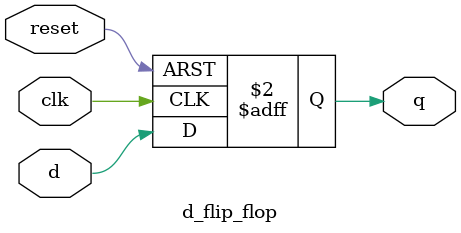
<source format=sv>
module d_flip_flop (
    input wire d,
    input wire clk,
    input wire reset,
    output reg q
);

always @(posedge clk or posedge reset) begin
    if (reset) begin
        q <= 1'b0;
    end else begin
        q <= d;
    end
end

endmodule
</source>
